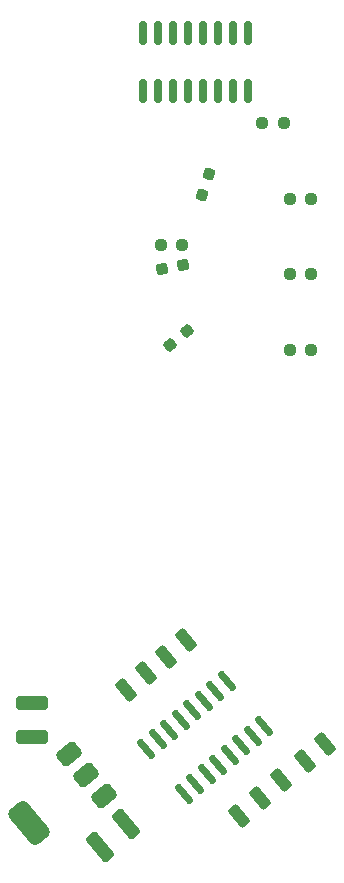
<source format=gbr>
G04 #@! TF.GenerationSoftware,KiCad,Pcbnew,8.0.3*
G04 #@! TF.CreationDate,2024-08-04T14:16:49-04:00*
G04 #@! TF.ProjectId,MEAP_Rev4b,4d454150-5f52-4657-9634-622e6b696361,rev?*
G04 #@! TF.SameCoordinates,Original*
G04 #@! TF.FileFunction,Paste,Bot*
G04 #@! TF.FilePolarity,Positive*
%FSLAX46Y46*%
G04 Gerber Fmt 4.6, Leading zero omitted, Abs format (unit mm)*
G04 Created by KiCad (PCBNEW 8.0.3) date 2024-08-04 14:16:49*
%MOMM*%
%LPD*%
G01*
G04 APERTURE LIST*
G04 Aperture macros list*
%AMRoundRect*
0 Rectangle with rounded corners*
0 $1 Rounding radius*
0 $2 $3 $4 $5 $6 $7 $8 $9 X,Y pos of 4 corners*
0 Add a 4 corners polygon primitive as box body*
4,1,4,$2,$3,$4,$5,$6,$7,$8,$9,$2,$3,0*
0 Add four circle primitives for the rounded corners*
1,1,$1+$1,$2,$3*
1,1,$1+$1,$4,$5*
1,1,$1+$1,$6,$7*
1,1,$1+$1,$8,$9*
0 Add four rect primitives between the rounded corners*
20,1,$1+$1,$2,$3,$4,$5,0*
20,1,$1+$1,$4,$5,$6,$7,0*
20,1,$1+$1,$6,$7,$8,$9,0*
20,1,$1+$1,$8,$9,$2,$3,0*%
G04 Aperture macros list end*
%ADD10RoundRect,0.250000X-1.100000X0.325000X-1.100000X-0.325000X1.100000X-0.325000X1.100000X0.325000X0*%
%ADD11RoundRect,0.375000X0.237732X0.689009X-0.719823X-0.114476X-0.237732X-0.689009X0.719823X0.114476X0*%
%ADD12RoundRect,0.500000X-0.516880X1.393856X-1.282925X0.751068X0.516880X-1.393856X1.282925X-0.751068X0*%
%ADD13RoundRect,0.250000X-0.458102X1.051555X-0.956031X0.633743X0.458102X-1.051555X0.956031X-0.633743X0*%
%ADD14RoundRect,0.250000X0.290580X-0.735230X0.673602X-0.413836X-0.290580X0.735230X-0.673602X0.413836X0*%
%ADD15RoundRect,0.250000X-0.290580X0.735230X-0.673602X0.413836X0.290580X-0.735230X0.673602X-0.413836X0*%
%ADD16RoundRect,0.237500X-0.250000X-0.237500X0.250000X-0.237500X0.250000X0.237500X-0.250000X0.237500X0*%
%ADD17RoundRect,0.237500X0.250000X0.237500X-0.250000X0.237500X-0.250000X-0.237500X0.250000X-0.237500X0*%
%ADD18RoundRect,0.237500X0.204960X0.277304X-0.287443X0.190480X-0.204960X-0.277304X0.287443X-0.190480X0*%
%ADD19RoundRect,0.237500X0.038849X0.342632X-0.344173X0.021239X-0.038849X-0.342632X0.344173X-0.021239X0*%
%ADD20RoundRect,0.150000X-0.150000X0.825000X-0.150000X-0.825000X0.150000X-0.825000X0.150000X0.825000X0*%
%ADD21RoundRect,0.150000X0.645206X-0.535569X-0.415393X0.728405X-0.645206X0.535569X0.415393X-0.728405X0*%
%ADD22RoundRect,0.237500X0.137672X-0.316153X0.308682X0.153693X-0.137672X0.316153X-0.308682X-0.153693X0*%
G04 APERTURE END LIST*
D10*
X31900000Y-92160000D03*
X31899998Y-89210000D03*
D11*
X37936824Y-97113806D03*
D12*
X31632333Y-99401466D03*
D11*
X36458411Y-95351902D03*
X34980000Y-93590000D03*
D13*
X37590000Y-101400000D03*
X39849830Y-99503776D03*
D14*
X52974795Y-95764212D03*
X44890000Y-83920000D03*
D15*
X54947493Y-94148085D03*
D16*
X51377502Y-40170001D03*
X53202498Y-40169999D03*
D15*
X51174592Y-97274764D03*
D17*
X44604998Y-50500000D03*
X42780000Y-50500000D03*
D15*
X56709660Y-92747777D03*
D18*
X44670000Y-52180000D03*
X42872728Y-52496908D03*
D16*
X53690000Y-46540000D03*
X55514996Y-46539998D03*
D14*
X39799501Y-88152273D03*
D19*
X44980000Y-57730000D03*
X43581970Y-58903088D03*
D16*
X53685004Y-52940002D03*
X55510000Y-52940000D03*
D15*
X49382047Y-98778886D03*
D20*
X41250000Y-32484999D03*
X42519999Y-32485000D03*
X43790000Y-32485003D03*
X45059997Y-32484997D03*
X46330001Y-32484999D03*
X47600001Y-32485000D03*
X48870000Y-32484999D03*
X50139999Y-32485000D03*
X50140000Y-37435001D03*
X48870001Y-37435000D03*
X47600000Y-37434997D03*
X46330003Y-37435003D03*
X45059999Y-37435001D03*
X43789999Y-37435000D03*
X42520000Y-37435001D03*
X41250001Y-37435000D03*
D16*
X53685004Y-59350002D03*
X55510000Y-59350000D03*
D15*
X41556474Y-86730215D03*
D21*
X51521444Y-91200762D03*
X50548570Y-92017103D03*
X49575694Y-92833442D03*
X48602816Y-93649784D03*
X47629940Y-94466125D03*
X46657063Y-95282463D03*
X45684187Y-96098804D03*
X44711311Y-96915144D03*
X41529514Y-93123224D03*
X42502388Y-92306883D03*
X43475264Y-91490544D03*
X44448142Y-90674202D03*
X45421018Y-89857861D03*
X46393895Y-89041523D03*
X47366771Y-88225182D03*
X48339647Y-87408842D03*
D15*
X43211129Y-85341793D03*
D22*
X46245812Y-46194936D03*
X46870000Y-44480000D03*
M02*

</source>
